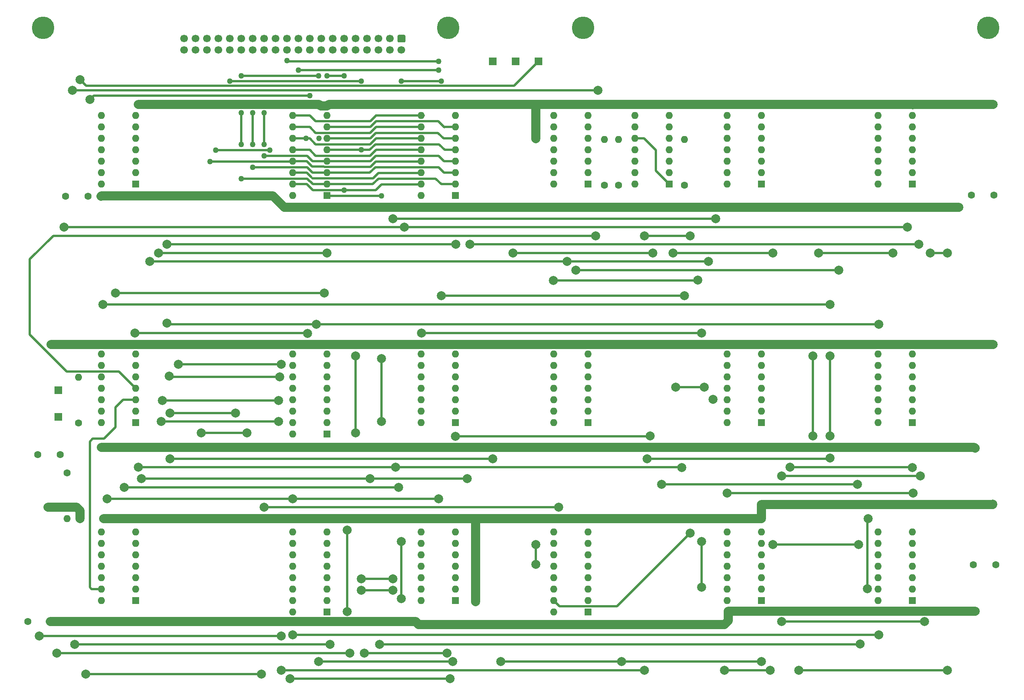
<source format=gbr>
%TF.GenerationSoftware,KiCad,Pcbnew,(5.1.10-1-10_14)*%
%TF.CreationDate,2021-07-04T08:15:42+10:00*%
%TF.ProjectId,256 word memory_2.0,32353620-776f-4726-9420-6d656d6f7279,rev?*%
%TF.SameCoordinates,Original*%
%TF.FileFunction,Copper,L1,Top*%
%TF.FilePolarity,Positive*%
%FSLAX46Y46*%
G04 Gerber Fmt 4.6, Leading zero omitted, Abs format (unit mm)*
G04 Created by KiCad (PCBNEW (5.1.10-1-10_14)) date 2021-07-04 08:15:42*
%MOMM*%
%LPD*%
G01*
G04 APERTURE LIST*
%TA.AperFunction,ComponentPad*%
%ADD10C,1.700000*%
%TD*%
%TA.AperFunction,ComponentPad*%
%ADD11C,2.000000*%
%TD*%
%TA.AperFunction,ComponentPad*%
%ADD12C,5.000000*%
%TD*%
%TA.AperFunction,ComponentPad*%
%ADD13R,1.700000X1.700000*%
%TD*%
%TA.AperFunction,ComponentPad*%
%ADD14C,1.600000*%
%TD*%
%TA.AperFunction,ComponentPad*%
%ADD15O,1.600000X1.600000*%
%TD*%
%TA.AperFunction,ComponentPad*%
%ADD16R,1.600000X1.600000*%
%TD*%
%TA.AperFunction,ViaPad*%
%ADD17C,2.000000*%
%TD*%
%TA.AperFunction,ViaPad*%
%ADD18C,1.270000*%
%TD*%
%TA.AperFunction,Conductor*%
%ADD19C,0.300000*%
%TD*%
%TA.AperFunction,Conductor*%
%ADD20C,0.500000*%
%TD*%
%TA.AperFunction,Conductor*%
%ADD21C,2.000000*%
%TD*%
G04 APERTURE END LIST*
D10*
%TO.P,J9,40*%
%TO.N,Net-(J9-Pad40)*%
X55880000Y-27940000D03*
%TO.P,J9,38*%
%TO.N,MA_A*%
X58420000Y-27940000D03*
%TO.P,J9,36*%
%TO.N,MA_B*%
X60960000Y-27940000D03*
%TO.P,J9,34*%
%TO.N,MA_C*%
X63500000Y-27940000D03*
%TO.P,J9,32*%
%TO.N,MA0*%
X66040000Y-27940000D03*
%TO.P,J9,30*%
%TO.N,MA1*%
X68580000Y-27940000D03*
%TO.P,J9,28*%
%TO.N,MA2*%
X71120000Y-27940000D03*
%TO.P,J9,26*%
%TO.N,MA3*%
X73660000Y-27940000D03*
%TO.P,J9,24*%
%TO.N,MA4*%
X76200000Y-27940000D03*
%TO.P,J9,22*%
%TO.N,MA5*%
X78740000Y-27940000D03*
%TO.P,J9,20*%
%TO.N,MA6*%
X81280000Y-27940000D03*
%TO.P,J9,18*%
%TO.N,MA7*%
X83820000Y-27940000D03*
%TO.P,J9,16*%
%TO.N,D-IN*%
X86360000Y-27940000D03*
%TO.P,J9,14*%
%TO.N,D-BUS*%
X88900000Y-27940000D03*
%TO.P,J9,12*%
%TO.N,~CS_H*%
X91440000Y-27940000D03*
%TO.P,J9,10*%
%TO.N,~CS_L*%
X93980000Y-27940000D03*
%TO.P,J9,8*%
%TO.N,~WE*%
X96520000Y-27940000D03*
%TO.P,J9,6*%
%TO.N,+5V*%
X99060000Y-27940000D03*
%TO.P,J9,4*%
X101600000Y-27940000D03*
%TO.P,J9,2*%
X104140000Y-27940000D03*
%TO.P,J9,39*%
%TO.N,GND*%
X55880000Y-25400000D03*
%TO.P,J9,37*%
X58420000Y-25400000D03*
%TO.P,J9,35*%
X60960000Y-25400000D03*
%TO.P,J9,33*%
X63500000Y-25400000D03*
%TO.P,J9,31*%
X66040000Y-25400000D03*
%TO.P,J9,29*%
X68580000Y-25400000D03*
%TO.P,J9,27*%
X71120000Y-25400000D03*
%TO.P,J9,25*%
X73660000Y-25400000D03*
%TO.P,J9,23*%
X76200000Y-25400000D03*
%TO.P,J9,21*%
X78740000Y-25400000D03*
%TO.P,J9,19*%
X81280000Y-25400000D03*
%TO.P,J9,17*%
X83820000Y-25400000D03*
%TO.P,J9,15*%
X86360000Y-25400000D03*
%TO.P,J9,13*%
X88900000Y-25400000D03*
%TO.P,J9,11*%
X91440000Y-25400000D03*
%TO.P,J9,9*%
X93980000Y-25400000D03*
%TO.P,J9,7*%
X96520000Y-25400000D03*
%TO.P,J9,5*%
X99060000Y-25400000D03*
%TO.P,J9,3*%
X101600000Y-25400000D03*
%TO.P,J9,1*%
%TA.AperFunction,ComponentPad*%
G36*
G01*
X103540000Y-24550000D02*
X104740000Y-24550000D01*
G75*
G02*
X104990000Y-24800000I0J-250000D01*
G01*
X104990000Y-26000000D01*
G75*
G02*
X104740000Y-26250000I-250000J0D01*
G01*
X103540000Y-26250000D01*
G75*
G02*
X103290000Y-26000000I0J250000D01*
G01*
X103290000Y-24800000D01*
G75*
G02*
X103540000Y-24550000I250000J0D01*
G01*
G37*
%TD.AperFunction*%
%TD*%
D11*
%TO.P,J3,1*%
%TO.N,MCP*%
X173355000Y-105500000D03*
%TD*%
D12*
%TO.P,H2,1*%
%TO.N,GND*%
X234500000Y-23000000D03*
X144500000Y-23000000D03*
%TD*%
%TO.P,H1,1*%
%TO.N,GND*%
X114500000Y-23000000D03*
X24500000Y-23000000D03*
%TD*%
D13*
%TO.P,J8,1*%
%TO.N,MA6*%
X129540000Y-30480000D03*
%TD*%
%TO.P,J7,1*%
%TO.N,MA5*%
X124460000Y-30480000D03*
%TD*%
%TO.P,J6,1*%
%TO.N,~MA7*%
X134620000Y-30480000D03*
%TD*%
%TO.P,J5,1*%
%TO.N,PC7*%
X27940000Y-109460000D03*
%TD*%
%TO.P,J4,1*%
%TO.N,~PC7*%
X27940000Y-103505000D03*
%TD*%
D14*
%TO.P,C5,2*%
%TO.N,GND*%
X236203500Y-142303500D03*
%TO.P,C5,1*%
%TO.N,+5V*%
X231203500Y-142303500D03*
%TD*%
%TO.P,C4,2*%
%TO.N,GND*%
X21162000Y-154940000D03*
%TO.P,C4,1*%
%TO.N,+5V*%
X26162000Y-154940000D03*
%TD*%
%TO.P,C3,2*%
%TO.N,GND*%
X23321000Y-117856000D03*
%TO.P,C3,1*%
%TO.N,+5V*%
X28321000Y-117856000D03*
%TD*%
%TO.P,C2,2*%
%TO.N,GND*%
X235759000Y-60198000D03*
%TO.P,C2,1*%
%TO.N,+5V*%
X230759000Y-60198000D03*
%TD*%
%TO.P,C1,2*%
%TO.N,GND*%
X29527500Y-60388500D03*
%TO.P,C1,1*%
%TO.N,+5V*%
X34527500Y-60388500D03*
%TD*%
D15*
%TO.P,U17,14*%
%TO.N,+5V*%
X176500000Y-150240000D03*
%TO.P,U17,7*%
%TO.N,GND*%
X184120000Y-135000000D03*
%TO.P,U17,13*%
%TO.N,~T14-21(JMS+JMP)*%
X176500000Y-147700000D03*
%TO.P,U17,6*%
%TO.N,Net-(U17-Pad6)*%
X184120000Y-137540000D03*
%TO.P,U17,12*%
%TO.N,Net-(U17-Pad12)*%
X176500000Y-145160000D03*
%TO.P,U17,5*%
%TO.N,Net-(U12-Pad3)*%
X184120000Y-140080000D03*
%TO.P,U17,11*%
%TO.N,~DEP*%
X176500000Y-142620000D03*
%TO.P,U17,4*%
%TO.N,Net-(U17-Pad4)*%
X184120000Y-142620000D03*
%TO.P,U17,10*%
%TO.N,Net-(U10-Pad5)*%
X176500000Y-140080000D03*
%TO.P,U17,3*%
%TO.N,OPR+IOT*%
X184120000Y-145160000D03*
%TO.P,U17,9*%
%TO.N,Net-(U11-Pad11)*%
X176500000Y-137540000D03*
%TO.P,U17,2*%
%TO.N,Net-(U17-Pad2)*%
X184120000Y-147700000D03*
%TO.P,U17,8*%
%TO.N,/WEIRD.NET*%
X176500000Y-135000000D03*
D16*
%TO.P,U17,1*%
%TO.N,~T2-9.ISZ*%
X184120000Y-150240000D03*
%TD*%
D15*
%TO.P,U6,14*%
%TO.N,+5V*%
X210000000Y-57740000D03*
%TO.P,U6,7*%
%TO.N,GND*%
X217620000Y-42500000D03*
%TO.P,U6,13*%
%TO.N,Net-(U17-Pad4)*%
X210000000Y-55200000D03*
%TO.P,U6,6*%
%TO.N,Net-(U1-Pad12)*%
X217620000Y-45040000D03*
%TO.P,U6,12*%
%TO.N,~F+D+E*%
X210000000Y-52660000D03*
%TO.P,U6,5*%
%TO.N,Net-(U6-Pad5)*%
X217620000Y-47580000D03*
%TO.P,U6,11*%
%TO.N,Net-(U6-Pad10)*%
X210000000Y-50120000D03*
%TO.P,U6,4*%
%TO.N,T1*%
X217620000Y-50120000D03*
%TO.P,U6,10*%
%TO.N,Net-(U6-Pad10)*%
X210000000Y-47580000D03*
%TO.P,U6,3*%
%TO.N,Net-(U12-Pad2)*%
X217620000Y-52660000D03*
%TO.P,U6,9*%
%TO.N,Net-(U6-Pad10)*%
X210000000Y-45040000D03*
%TO.P,U6,2*%
%TO.N,Net-(U5-Pad6)*%
X217620000Y-55200000D03*
%TO.P,U6,8*%
%TO.N,Net-(U6-Pad5)*%
X210000000Y-42500000D03*
D16*
%TO.P,U6,1*%
%TO.N,Net-(U5-Pad6)*%
X217620000Y-57740000D03*
%TD*%
D15*
%TO.P,U5,14*%
%TO.N,+5V*%
X176500000Y-57740000D03*
%TO.P,U5,7*%
%TO.N,GND*%
X184120000Y-42500000D03*
%TO.P,U5,13*%
%TO.N,Net-(U12-Pad10)*%
X176500000Y-55200000D03*
%TO.P,U5,6*%
%TO.N,Net-(U5-Pad6)*%
X184120000Y-45040000D03*
%TO.P,U5,12*%
%TO.N,Net-(U5-Pad12)*%
X176500000Y-52660000D03*
%TO.P,U5,5*%
%TO.N,MEMORY_ENABLE*%
X184120000Y-47580000D03*
%TO.P,U5,11*%
%TO.N,Net-(U11-Pad9)*%
X176500000Y-50120000D03*
%TO.P,U5,4*%
%TO.N,Net-(U5-Pad4)*%
X184120000Y-50120000D03*
%TO.P,U5,10*%
%TO.N,Net-(U11-Pad9)*%
X176500000Y-47580000D03*
%TO.P,U5,3*%
%TO.N,Net-(U5-Pad12)*%
X184120000Y-52660000D03*
%TO.P,U5,9*%
%TO.N,Net-(U11-Pad9)*%
X176500000Y-45040000D03*
%TO.P,U5,2*%
%TO.N,T2-9*%
X184120000Y-55200000D03*
%TO.P,U5,8*%
%TO.N,Net-(U5-Pad4)*%
X176500000Y-42500000D03*
D16*
%TO.P,U5,1*%
%TO.N,JMS+DCA*%
X184120000Y-57740000D03*
%TD*%
D15*
%TO.P,U10,14*%
%TO.N,+5V*%
X138000000Y-110740000D03*
%TO.P,U10,7*%
%TO.N,GND*%
X145620000Y-95500000D03*
%TO.P,U10,13*%
%TO.N,~F.23.OPR+IOT*%
X138000000Y-108200000D03*
%TO.P,U10,6*%
%TO.N,Net-(U10-Pad10)*%
X145620000Y-98040000D03*
%TO.P,U10,12*%
X138000000Y-105660000D03*
%TO.P,U10,5*%
%TO.N,Net-(U10-Pad5)*%
X145620000Y-100580000D03*
%TO.P,U10,11*%
%TO.N,Net-(U10-Pad11)*%
X138000000Y-103120000D03*
%TO.P,U10,4*%
%TO.N,T13*%
X145620000Y-103120000D03*
%TO.P,U10,10*%
%TO.N,Net-(U10-Pad10)*%
X138000000Y-100580000D03*
%TO.P,U10,3*%
%TO.N,Net-(U10-Pad3)*%
X145620000Y-105660000D03*
%TO.P,U10,9*%
%TO.N,Net-(U10-Pad10)*%
X138000000Y-98040000D03*
%TO.P,U10,2*%
%TO.N,~DEP*%
X145620000Y-108200000D03*
%TO.P,U10,8*%
%TO.N,Net-(U10-Pad8)*%
X138000000Y-95500000D03*
D16*
%TO.P,U10,1*%
%TO.N,~ISZ*%
X145620000Y-110740000D03*
%TD*%
D15*
%TO.P,U18,14*%
%TO.N,+5V*%
X210000000Y-150240000D03*
%TO.P,U18,7*%
%TO.N,GND*%
X217620000Y-135000000D03*
%TO.P,U18,13*%
%TO.N,C-BUS*%
X210000000Y-147700000D03*
%TO.P,U18,6*%
%TO.N,Net-(U17-Pad12)*%
X217620000Y-137540000D03*
%TO.P,U18,12*%
%TO.N,D-BUS*%
X210000000Y-145160000D03*
%TO.P,U18,5*%
%TO.N,MA0*%
X217620000Y-140080000D03*
%TO.P,U18,11*%
%TO.N,Net-(U17-Pad6)*%
X210000000Y-142620000D03*
%TO.P,U18,4*%
%TO.N,C-BUS*%
X217620000Y-142620000D03*
%TO.P,U18,10*%
X210000000Y-140080000D03*
%TO.P,U18,3*%
%TO.N,D-BUS*%
X217620000Y-145160000D03*
%TO.P,U18,9*%
%TO.N,Net-(U12-Pad8)*%
X210000000Y-137540000D03*
%TO.P,U18,2*%
%TO.N,Net-(U17-Pad2)*%
X217620000Y-147700000D03*
%TO.P,U18,8*%
%TO.N,MB0*%
X210000000Y-135000000D03*
D16*
%TO.P,U18,1*%
%TO.N,B-BUS*%
X217620000Y-150240000D03*
%TD*%
D15*
%TO.P,U12,14*%
%TO.N,+5V*%
X210000000Y-110740000D03*
%TO.P,U12,7*%
%TO.N,GND*%
X217620000Y-95500000D03*
%TO.P,U12,13*%
%TO.N,Net-(U10-Pad3)*%
X210000000Y-108200000D03*
%TO.P,U12,6*%
%TO.N,D-IN*%
X217620000Y-98040000D03*
%TO.P,U12,12*%
%TO.N,T14-21*%
X210000000Y-105660000D03*
%TO.P,U12,5*%
%TO.N,C-BUS*%
X217620000Y-100580000D03*
%TO.P,U12,11*%
%TO.N,Net-(U12-Pad10)*%
X210000000Y-103120000D03*
%TO.P,U12,4*%
%TO.N,C-BUS*%
X217620000Y-103120000D03*
%TO.P,U12,10*%
%TO.N,Net-(U12-Pad10)*%
X210000000Y-100580000D03*
%TO.P,U12,3*%
%TO.N,Net-(U12-Pad3)*%
X217620000Y-105660000D03*
%TO.P,U12,9*%
%TO.N,Net-(U12-Pad10)*%
X210000000Y-98040000D03*
%TO.P,U12,2*%
%TO.N,Net-(U12-Pad2)*%
X217620000Y-108200000D03*
%TO.P,U12,8*%
%TO.N,Net-(U12-Pad8)*%
X210000000Y-95500000D03*
D16*
%TO.P,U12,1*%
%TO.N,~T2-9.ISZ*%
X217620000Y-110740000D03*
%TD*%
D15*
%TO.P,U19,14*%
%TO.N,+5V*%
X156000000Y-57740000D03*
%TO.P,U19,7*%
%TO.N,GND*%
X163620000Y-42500000D03*
%TO.P,U19,13*%
%TO.N,Net-(R4-Pad2)*%
X156000000Y-55200000D03*
%TO.P,U19,6*%
%TO.N,MB3*%
X163620000Y-45040000D03*
%TO.P,U19,12*%
%TO.N,MB4*%
X156000000Y-52660000D03*
%TO.P,U19,5*%
%TO.N,MB3*%
X163620000Y-47580000D03*
%TO.P,U19,11*%
%TO.N,Net-(R3-Pad2)*%
X156000000Y-50120000D03*
%TO.P,U19,4*%
%TO.N,Z-BIT*%
X163620000Y-50120000D03*
%TO.P,U19,10*%
X156000000Y-47580000D03*
%TO.P,U19,3*%
%TO.N,Net-(R4-Pad2)*%
X163620000Y-52660000D03*
%TO.P,U19,9*%
%TO.N,~F.23.OPR+IOT*%
X156000000Y-45040000D03*
%TO.P,U19,2*%
%TO.N,MB7*%
X163620000Y-55200000D03*
%TO.P,U19,8*%
%TO.N,~F.23.OPR+IOT*%
X156000000Y-42500000D03*
D16*
%TO.P,U19,1*%
%TO.N,Z-BIT*%
X163620000Y-57740000D03*
%TD*%
D15*
%TO.P,R5,2*%
%TO.N,Z-BIT*%
X152400000Y-47840000D03*
D14*
%TO.P,R5,1*%
%TO.N,+5V*%
X152400000Y-58000000D03*
%TD*%
D15*
%TO.P,R4,2*%
%TO.N,Net-(R4-Pad2)*%
X167000000Y-47840000D03*
D14*
%TO.P,R4,1*%
%TO.N,+5V*%
X167000000Y-58000000D03*
%TD*%
D15*
%TO.P,R3,2*%
%TO.N,Net-(R3-Pad2)*%
X149225000Y-47840000D03*
D14*
%TO.P,R3,1*%
%TO.N,+5V*%
X149225000Y-58000000D03*
%TD*%
D15*
%TO.P,U2,16*%
%TO.N,+5V*%
X80000000Y-60280000D03*
%TO.P,U2,8*%
%TO.N,GND*%
X87620000Y-42500000D03*
%TO.P,U2,15*%
%TO.N,D-IN*%
X80000000Y-57740000D03*
%TO.P,U2,7*%
%TO.N,D-BUS*%
X87620000Y-45040000D03*
%TO.P,U2,14*%
%TO.N,~WE*%
X80000000Y-55200000D03*
%TO.P,U2,6*%
%TO.N,MA1*%
X87620000Y-47580000D03*
%TO.P,U2,13*%
%TO.N,MA6*%
X80000000Y-52660000D03*
%TO.P,U2,5*%
%TO.N,MA0*%
X87620000Y-50120000D03*
%TO.P,U2,12*%
%TO.N,MA5*%
X80000000Y-50120000D03*
%TO.P,U2,4*%
%TO.N,MA_C*%
X87620000Y-52660000D03*
%TO.P,U2,11*%
%TO.N,MA4*%
X80000000Y-47580000D03*
%TO.P,U2,3*%
%TO.N,MA_B*%
X87620000Y-55200000D03*
%TO.P,U2,10*%
%TO.N,MA3*%
X80000000Y-45040000D03*
%TO.P,U2,2*%
%TO.N,MA_A*%
X87620000Y-57740000D03*
%TO.P,U2,9*%
%TO.N,MA2*%
X80000000Y-42500000D03*
D16*
%TO.P,U2,1*%
%TO.N,~CS_H*%
X87620000Y-60280000D03*
%TD*%
D15*
%TO.P,U16,16*%
%TO.N,+5V*%
X138000000Y-152780000D03*
%TO.P,U16,8*%
%TO.N,GND*%
X145620000Y-135000000D03*
%TO.P,U16,15*%
%TO.N,Z-BIT*%
X138000000Y-150240000D03*
%TO.P,U16,7*%
%TO.N,Net-(U15-Pad5)*%
X145620000Y-137540000D03*
%TO.P,U16,14*%
%TO.N,MA7*%
X138000000Y-147700000D03*
%TO.P,U16,6*%
%TO.N,SR4*%
X145620000Y-140080000D03*
%TO.P,U16,13*%
%TO.N,SR7*%
X138000000Y-145160000D03*
%TO.P,U16,5*%
%TO.N,MA4*%
X145620000Y-142620000D03*
%TO.P,U16,12*%
%TO.N,Net-(U15-Pad2)*%
X138000000Y-142620000D03*
%TO.P,U16,4*%
%TO.N,Net-(U15-Pad4)*%
X145620000Y-145160000D03*
%TO.P,U16,11*%
%TO.N,MA6*%
X138000000Y-140080000D03*
%TO.P,U16,3*%
%TO.N,SR5*%
X145620000Y-147700000D03*
%TO.P,U16,10*%
%TO.N,SR6*%
X138000000Y-137540000D03*
%TO.P,U16,2*%
%TO.N,MA5*%
X145620000Y-150240000D03*
%TO.P,U16,9*%
%TO.N,Net-(U15-Pad3)*%
X138000000Y-135000000D03*
D16*
%TO.P,U16,1*%
%TO.N,~F.23.OPR+IOT*%
X145620000Y-152780000D03*
%TD*%
D15*
%TO.P,U13,14*%
%TO.N,+5V*%
X37500000Y-150240000D03*
%TO.P,U13,7*%
%TO.N,GND*%
X45120000Y-135000000D03*
%TO.P,U13,13*%
%TO.N,MB5*%
X37500000Y-147700000D03*
%TO.P,U13,6*%
%TO.N,MB=0*%
X45120000Y-137540000D03*
%TO.P,U13,12*%
X37500000Y-145160000D03*
%TO.P,U13,5*%
%TO.N,MB2*%
X45120000Y-140080000D03*
%TO.P,U13,11*%
%TO.N,MB6*%
X37500000Y-142620000D03*
%TO.P,U13,4*%
%TO.N,MB=0*%
X45120000Y-142620000D03*
%TO.P,U13,10*%
X37500000Y-140080000D03*
%TO.P,U13,3*%
%TO.N,MB3*%
X45120000Y-145160000D03*
%TO.P,U13,9*%
%TO.N,MB7*%
X37500000Y-137540000D03*
%TO.P,U13,2*%
%TO.N,MB=0*%
X45120000Y-147700000D03*
%TO.P,U13,8*%
X37500000Y-135000000D03*
D16*
%TO.P,U13,1*%
%TO.N,MB4*%
X45120000Y-150240000D03*
%TD*%
D15*
%TO.P,U7,14*%
%TO.N,+5V*%
X37500000Y-110740000D03*
%TO.P,U7,7*%
%TO.N,GND*%
X45120000Y-95500000D03*
%TO.P,U7,13*%
%TO.N,PC7*%
X37500000Y-108200000D03*
%TO.P,U7,6*%
%TO.N,MB=0*%
X45120000Y-98040000D03*
%TO.P,U7,12*%
%TO.N,~PC7*%
X37500000Y-105660000D03*
%TO.P,U7,5*%
%TO.N,MB0*%
X45120000Y-100580000D03*
%TO.P,U7,11*%
%TO.N,~T0.5*%
X37500000Y-103120000D03*
%TO.P,U7,4*%
%TO.N,Net-(R3-Pad2)*%
X45120000Y-103120000D03*
%TO.P,U7,10*%
%TO.N,/R0(1-20*%
X37500000Y-100580000D03*
%TO.P,U7,3*%
%TO.N,MB5*%
X45120000Y-105660000D03*
%TO.P,U7,9*%
%TO.N,MA7*%
X37500000Y-98040000D03*
%TO.P,U7,2*%
%TO.N,MB=0*%
X45120000Y-108200000D03*
%TO.P,U7,8*%
%TO.N,~MA7*%
X37500000Y-95500000D03*
D16*
%TO.P,U7,1*%
%TO.N,MB1*%
X45120000Y-110740000D03*
%TD*%
D15*
%TO.P,R1,2*%
%TO.N,/R0(1-20*%
X32385000Y-100600000D03*
D14*
%TO.P,R1,1*%
%TO.N,+5V*%
X32385000Y-110760000D03*
%TD*%
D15*
%TO.P,R2,2*%
%TO.N,MB=0*%
X29845000Y-132080000D03*
D14*
%TO.P,R2,1*%
%TO.N,+5V*%
X29845000Y-121920000D03*
%TD*%
D15*
%TO.P,U1,14*%
%TO.N,+5V*%
X37500000Y-57740000D03*
%TO.P,U1,7*%
%TO.N,GND*%
X45120000Y-42500000D03*
%TO.P,U1,13*%
%TO.N,Net-(U1-Pad12)*%
X37500000Y-55200000D03*
%TO.P,U1,6*%
%TO.N,~CS_L*%
X45120000Y-45040000D03*
%TO.P,U1,12*%
%TO.N,Net-(U1-Pad12)*%
X37500000Y-52660000D03*
%TO.P,U1,5*%
%TO.N,Net-(U1-Pad5)*%
X45120000Y-47580000D03*
%TO.P,U1,11*%
%TO.N,Net-(U1-Pad11)*%
X37500000Y-50120000D03*
%TO.P,U1,4*%
%TO.N,MEMORY_ENABLE*%
X45120000Y-50120000D03*
%TO.P,U1,10*%
%TO.N,MA7*%
X37500000Y-47580000D03*
%TO.P,U1,3*%
%TO.N,~CS_H*%
X45120000Y-52660000D03*
%TO.P,U1,9*%
%TO.N,MA7*%
X37500000Y-45040000D03*
%TO.P,U1,2*%
%TO.N,MEMORY_ENABLE*%
X45120000Y-55200000D03*
%TO.P,U1,8*%
%TO.N,Net-(U1-Pad5)*%
X37500000Y-42500000D03*
D16*
%TO.P,U1,1*%
%TO.N,MA7*%
X45120000Y-57740000D03*
%TD*%
D15*
%TO.P,U3,16*%
%TO.N,+5V*%
X108500000Y-60280000D03*
%TO.P,U3,8*%
%TO.N,GND*%
X116120000Y-42500000D03*
%TO.P,U3,15*%
%TO.N,D-IN*%
X108500000Y-57740000D03*
%TO.P,U3,7*%
%TO.N,D-BUS*%
X116120000Y-45040000D03*
%TO.P,U3,14*%
%TO.N,~WE*%
X108500000Y-55200000D03*
%TO.P,U3,6*%
%TO.N,MA1*%
X116120000Y-47580000D03*
%TO.P,U3,13*%
%TO.N,MA6*%
X108500000Y-52660000D03*
%TO.P,U3,5*%
%TO.N,MA0*%
X116120000Y-50120000D03*
%TO.P,U3,12*%
%TO.N,MA5*%
X108500000Y-50120000D03*
%TO.P,U3,4*%
%TO.N,MA_C*%
X116120000Y-52660000D03*
%TO.P,U3,11*%
%TO.N,MA4*%
X108500000Y-47580000D03*
%TO.P,U3,3*%
%TO.N,MA_B*%
X116120000Y-55200000D03*
%TO.P,U3,10*%
%TO.N,MA3*%
X108500000Y-45040000D03*
%TO.P,U3,2*%
%TO.N,MA_A*%
X116120000Y-57740000D03*
%TO.P,U3,9*%
%TO.N,MA2*%
X108500000Y-42500000D03*
D16*
%TO.P,U3,1*%
%TO.N,~CS_L*%
X116120000Y-60280000D03*
%TD*%
D15*
%TO.P,U4,14*%
%TO.N,Net-(U4-Pad14)*%
X138000000Y-57740000D03*
%TO.P,U4,7*%
%TO.N,N/C*%
X145620000Y-42500000D03*
%TO.P,U4,13*%
X138000000Y-55200000D03*
%TO.P,U4,6*%
X145620000Y-45040000D03*
%TO.P,U4,12*%
%TO.N,Net-(U4-Pad12)*%
X138000000Y-52660000D03*
%TO.P,U4,5*%
%TO.N,+5V*%
X145620000Y-47580000D03*
%TO.P,U4,11*%
%TO.N,MA_C*%
X138000000Y-50120000D03*
%TO.P,U4,4*%
%TO.N,N/C*%
X145620000Y-50120000D03*
%TO.P,U4,10*%
%TO.N,GND*%
X138000000Y-47580000D03*
%TO.P,U4,3*%
%TO.N,/R0(1-20*%
X145620000Y-52660000D03*
%TO.P,U4,9*%
%TO.N,MA_A*%
X138000000Y-45040000D03*
%TO.P,U4,2*%
%TO.N,/R0(1-20*%
X145620000Y-55200000D03*
%TO.P,U4,8*%
%TO.N,MA_B*%
X138000000Y-42500000D03*
D16*
%TO.P,U4,1*%
%TO.N,/WEIRD.NET*%
X145620000Y-57740000D03*
%TD*%
D15*
%TO.P,U8,16*%
%TO.N,~T0.5*%
X80000000Y-113280000D03*
%TO.P,U8,8*%
%TO.N,Net-(U1-Pad11)*%
X87620000Y-95500000D03*
%TO.P,U8,15*%
%TO.N,MA4*%
X80000000Y-110740000D03*
%TO.P,U8,7*%
%TO.N,MB0*%
X87620000Y-98040000D03*
%TO.P,U8,14*%
%TO.N,MA3*%
X80000000Y-108200000D03*
%TO.P,U8,6*%
%TO.N,MB1*%
X87620000Y-100580000D03*
%TO.P,U8,13*%
%TO.N,MA2*%
X80000000Y-105660000D03*
%TO.P,U8,5*%
%TO.N,+5V*%
X87620000Y-103120000D03*
%TO.P,U8,12*%
%TO.N,GND*%
X80000000Y-103120000D03*
%TO.P,U8,4*%
%TO.N,MB2*%
X87620000Y-105660000D03*
%TO.P,U8,11*%
%TO.N,MA1*%
X80000000Y-100580000D03*
%TO.P,U8,3*%
%TO.N,MB3*%
X87620000Y-108200000D03*
%TO.P,U8,10*%
%TO.N,MA0*%
X80000000Y-98040000D03*
%TO.P,U8,2*%
%TO.N,MB4*%
X87620000Y-110740000D03*
%TO.P,U8,9*%
%TO.N,MA5*%
X80000000Y-95500000D03*
D16*
%TO.P,U8,1*%
%TO.N,Net-(U11-Pad6)*%
X87620000Y-113280000D03*
%TD*%
D15*
%TO.P,U9,14*%
%TO.N,+5V*%
X108500000Y-110740000D03*
%TO.P,U9,7*%
%TO.N,GND*%
X116120000Y-95500000D03*
%TO.P,U9,13*%
%TO.N,MB3*%
X108500000Y-108200000D03*
%TO.P,U9,6*%
%TO.N,Net-(U10-Pad8)*%
X116120000Y-98040000D03*
%TO.P,U9,12*%
%TO.N,MB2*%
X108500000Y-105660000D03*
%TO.P,U9,5*%
%TO.N,SR0*%
X116120000Y-100580000D03*
%TO.P,U9,11*%
%TO.N,MB1*%
X108500000Y-103120000D03*
%TO.P,U9,4*%
%TO.N,SR1*%
X116120000Y-103120000D03*
%TO.P,U9,10*%
%TO.N,MB0*%
X108500000Y-100580000D03*
%TO.P,U9,3*%
%TO.N,SR2*%
X116120000Y-105660000D03*
%TO.P,U9,9*%
%TO.N,/WEIRD.NET*%
X108500000Y-98040000D03*
%TO.P,U9,2*%
%TO.N,SR3*%
X116120000Y-108200000D03*
%TO.P,U9,8*%
%TO.N,MCP*%
X108500000Y-95500000D03*
D16*
%TO.P,U9,1*%
%TO.N,MB4*%
X116120000Y-110740000D03*
%TD*%
D15*
%TO.P,U11,14*%
%TO.N,+5V*%
X176500000Y-110740000D03*
%TO.P,U11,7*%
%TO.N,GND*%
X184120000Y-95500000D03*
%TO.P,U11,13*%
%TO.N,MEMORY_ENABLE*%
X176500000Y-108200000D03*
%TO.P,U11,6*%
%TO.N,Net-(U11-Pad6)*%
X184120000Y-98040000D03*
%TO.P,U11,12*%
%TO.N,MCP*%
X176500000Y-105660000D03*
%TO.P,U11,5*%
X184120000Y-100580000D03*
%TO.P,U11,11*%
%TO.N,Net-(U11-Pad11)*%
X176500000Y-103120000D03*
%TO.P,U11,4*%
%TO.N,Net-(U11-Pad3)*%
X184120000Y-103120000D03*
%TO.P,U11,10*%
%TO.N,MCP*%
X176500000Y-100580000D03*
%TO.P,U11,3*%
%TO.N,Net-(U11-Pad3)*%
X184120000Y-105660000D03*
%TO.P,U11,9*%
%TO.N,Net-(U11-Pad9)*%
X176500000Y-98040000D03*
%TO.P,U11,2*%
%TO.N,~T14-21(JMS+JMP)*%
X184120000Y-108200000D03*
%TO.P,U11,8*%
%TO.N,~WE*%
X176500000Y-95500000D03*
D16*
%TO.P,U11,1*%
%TO.N,~T2-9(F+D+E)*%
X184120000Y-110740000D03*
%TD*%
D15*
%TO.P,U14,16*%
%TO.N,~T0.5*%
X80000000Y-152780000D03*
%TO.P,U14,8*%
%TO.N,Net-(U1-Pad11)*%
X87620000Y-135000000D03*
%TO.P,U14,15*%
%TO.N,MA7*%
X80000000Y-150240000D03*
%TO.P,U14,7*%
%TO.N,Net-(U14-Pad7)*%
X87620000Y-137540000D03*
%TO.P,U14,14*%
%TO.N,MA6*%
X80000000Y-147700000D03*
%TO.P,U14,6*%
%TO.N,Net-(U14-Pad6)*%
X87620000Y-140080000D03*
%TO.P,U14,13*%
%TO.N,MA5*%
X80000000Y-145160000D03*
%TO.P,U14,5*%
%TO.N,+5V*%
X87620000Y-142620000D03*
%TO.P,U14,12*%
%TO.N,GND*%
X80000000Y-142620000D03*
%TO.P,U14,4*%
%TO.N,MB5*%
X87620000Y-145160000D03*
%TO.P,U14,11*%
%TO.N,Net-(U14-Pad11)*%
X80000000Y-140080000D03*
%TO.P,U14,3*%
%TO.N,MB6*%
X87620000Y-147700000D03*
%TO.P,U14,10*%
%TO.N,Net-(U14-Pad10)*%
X80000000Y-137540000D03*
%TO.P,U14,2*%
%TO.N,MB7*%
X87620000Y-150240000D03*
%TO.P,U14,9*%
%TO.N,D-IN*%
X80000000Y-135000000D03*
D16*
%TO.P,U14,1*%
%TO.N,Net-(U11-Pad6)*%
X87620000Y-152780000D03*
%TD*%
D15*
%TO.P,U15,14*%
%TO.N,+5V*%
X108500000Y-150240000D03*
%TO.P,U15,7*%
%TO.N,GND*%
X116120000Y-135000000D03*
%TO.P,U15,13*%
%TO.N,MB7*%
X108500000Y-147700000D03*
%TO.P,U15,6*%
%TO.N,Net-(U10-Pad11)*%
X116120000Y-137540000D03*
%TO.P,U15,12*%
%TO.N,MB6*%
X108500000Y-145160000D03*
%TO.P,U15,5*%
%TO.N,Net-(U15-Pad5)*%
X116120000Y-140080000D03*
%TO.P,U15,11*%
%TO.N,MB5*%
X108500000Y-142620000D03*
%TO.P,U15,4*%
%TO.N,Net-(U15-Pad4)*%
X116120000Y-142620000D03*
%TO.P,U15,10*%
%TO.N,MB4*%
X108500000Y-140080000D03*
%TO.P,U15,3*%
%TO.N,Net-(U15-Pad3)*%
X116120000Y-145160000D03*
%TO.P,U15,9*%
%TO.N,/WEIRD.NET*%
X108500000Y-137540000D03*
%TO.P,U15,2*%
%TO.N,Net-(U15-Pad2)*%
X116120000Y-147700000D03*
%TO.P,U15,8*%
%TO.N,MCP*%
X108500000Y-135000000D03*
D16*
%TO.P,U15,1*%
%TO.N,D-IN*%
X116120000Y-150240000D03*
%TD*%
D17*
%TO.N,+5V*%
X75565000Y-60325000D03*
X37465000Y-60325000D03*
X80010000Y-62865000D03*
X108585000Y-62865000D03*
X142240000Y-62865000D03*
X107950000Y-116205000D03*
X37465000Y-116205000D03*
X86995000Y-116205000D03*
X231572000Y-116408000D03*
X136525000Y-155575000D03*
X107950000Y-155575000D03*
X231572000Y-152603000D03*
X176733000Y-152603000D03*
X175895000Y-155575000D03*
X227965000Y-62865000D03*
X150495000Y-62865000D03*
X166370000Y-62865000D03*
X156210000Y-62865000D03*
X227965000Y-116205000D03*
X34925000Y-154940000D03*
X105410000Y-154940000D03*
X137922000Y-116205000D03*
X176530000Y-116205000D03*
X210058000Y-116205000D03*
X208788000Y-62865000D03*
X178735000Y-62865000D03*
X209797000Y-152603000D03*
%TO.N,MA2*%
X76835000Y-105800012D03*
X51045012Y-105799988D03*
%TO.N,MA3*%
X67310000Y-108585000D03*
X52705000Y-108585000D03*
%TO.N,MA4*%
X76835000Y-110490000D03*
X124460000Y-118745000D03*
X52705000Y-118745000D03*
X50800000Y-110490000D03*
D18*
X82919996Y-47580000D03*
D17*
%TO.N,MA5*%
X139065000Y-129540000D03*
D18*
X74930000Y-50165000D03*
X62865000Y-50165000D03*
X112395000Y-30480000D03*
X78714952Y-30280203D03*
D17*
X73659990Y-129540000D03*
%TO.N,MA0*%
X77470000Y-97790000D03*
X119380000Y-71120000D03*
X219078993Y-71120000D03*
D18*
X95205000Y-50120000D03*
D17*
X54590000Y-97790000D03*
D18*
X95250000Y-34814990D03*
X66040000Y-34814990D03*
D17*
%TO.N,MA6*%
X95885000Y-161925000D03*
X114300000Y-161925000D03*
D18*
X61595000Y-52705000D03*
X112394982Y-32385000D03*
X81280000Y-32384994D03*
D17*
%TO.N,MA1*%
X77085000Y-100580000D03*
D18*
X85770000Y-47580000D03*
X85725000Y-33655000D03*
X68580000Y-33655000D03*
D17*
X52500000Y-100400000D03*
%TO.N,GND*%
X235585000Y-40005000D03*
X133985000Y-47625000D03*
X68580000Y-93345000D03*
X235585000Y-93345000D03*
X116205000Y-93345000D03*
X184150000Y-93345000D03*
X45087102Y-93347102D03*
X120650000Y-150495000D03*
X146685000Y-132080000D03*
X45085000Y-132080000D03*
X76200000Y-132080000D03*
X184150000Y-132080000D03*
X184150000Y-128905000D03*
X235534400Y-128854400D03*
X116840000Y-132080000D03*
X218567000Y-128905000D03*
X146177000Y-93345000D03*
X217932000Y-93345000D03*
X37973000Y-132080000D03*
X32766000Y-132080000D03*
X25654000Y-129540000D03*
X26289000Y-93345000D03*
X163995000Y-40005000D03*
X184305000Y-40005000D03*
X116205004Y-40004996D03*
X87629993Y-40385030D03*
X217712188Y-40097812D03*
X45720058Y-40005000D03*
%TO.N,~T0.5*%
X69850000Y-113030000D03*
X59690000Y-113030000D03*
X210185000Y-157861000D03*
X80010000Y-157861000D03*
%TO.N,MB0*%
X210185000Y-88900000D03*
X52000000Y-88600000D03*
X85199994Y-88900000D03*
%TO.N,MB1*%
X83312000Y-90932000D03*
X44958000Y-90805000D03*
%TO.N,MB2*%
X103505000Y-125095000D03*
X42544998Y-125095000D03*
%TO.N,MB3*%
X102870000Y-120650000D03*
X45720000Y-120650000D03*
X158115000Y-69215000D03*
X168275000Y-69215000D03*
X166400000Y-120700000D03*
%TO.N,MB4*%
X46355000Y-123190000D03*
X97155000Y-123190000D03*
X118745000Y-123190000D03*
X116120000Y-113750000D03*
X159385000Y-113665000D03*
%TO.N,MB7*%
X23638400Y-158115000D03*
X77470000Y-158115000D03*
X99695000Y-110490000D03*
X99695000Y-96520000D03*
X128905000Y-73025000D03*
X160020000Y-73025000D03*
X104140000Y-137160000D03*
X104140000Y-149860000D03*
%TO.N,MB6*%
X95250000Y-147955000D03*
X102235000Y-147955000D03*
X27600800Y-161925000D03*
X92710000Y-161925000D03*
%TO.N,MB5*%
X95250000Y-145415000D03*
X102235000Y-145415000D03*
X31563200Y-160020000D03*
X88265000Y-160020000D03*
%TO.N,Net-(U15-Pad2)*%
X133985000Y-137795000D03*
X133985000Y-142240000D03*
%TO.N,~F.23.OPR+IOT*%
X184150000Y-163830000D03*
X153035000Y-163830000D03*
X137900000Y-79100000D03*
X170000000Y-79000000D03*
X126200000Y-163800000D03*
%TO.N,MB=0*%
X34036000Y-166624000D03*
X73025000Y-166624000D03*
%TO.N,Net-(R3-Pad2)*%
X147320000Y-69215000D03*
%TO.N,Z-BIT*%
X79375000Y-167640000D03*
X114935000Y-167640000D03*
X168275000Y-135255000D03*
%TO.N,~ISZ*%
X77470000Y-165735000D03*
X158115000Y-165735000D03*
%TO.N,Net-(U17-Pad6)*%
X186690000Y-137795000D03*
X205740000Y-137795000D03*
%TO.N,Net-(U17-Pad12)*%
X217805000Y-126365000D03*
X176530000Y-126365000D03*
%TO.N,Net-(U17-Pad2)*%
X220345000Y-154940000D03*
X188595000Y-154940000D03*
%TO.N,C-BUS*%
X207645000Y-147637500D03*
X207825010Y-132064948D03*
%TO.N,Net-(U10-Pad3)*%
X161925000Y-124460000D03*
X205460000Y-124460000D03*
%TO.N,Net-(U5-Pad6)*%
X213360000Y-73025000D03*
X196850000Y-73025000D03*
%TO.N,Net-(U12-Pad3)*%
X188595000Y-122555000D03*
X219400000Y-122600000D03*
%TO.N,~T2-9.ISZ*%
X190500000Y-120650000D03*
X217600000Y-120700000D03*
%TO.N,/R0(1-20*%
X31000000Y-36900000D03*
X147800000Y-36899996D03*
%TO.N,MEMORY_ENABLE*%
X48260000Y-74930000D03*
X140970000Y-74930000D03*
X172350010Y-74930000D03*
%TO.N,T2-9*%
X199390000Y-113665000D03*
X199390000Y-95885000D03*
%TO.N,JMS+DCA*%
X170815000Y-147320000D03*
X164465000Y-73025000D03*
X186690000Y-73025000D03*
X170815000Y-137160000D03*
%TO.N,T13*%
X199363071Y-118564990D03*
X158750000Y-118745000D03*
%TO.N,MCP*%
X170815000Y-90805000D03*
X108585000Y-90805000D03*
%TO.N,Net-(U1-Pad11)*%
X86995000Y-81915000D03*
X93980000Y-113030000D03*
X93980000Y-95885000D03*
X40585000Y-81915000D03*
%TO.N,~MA7*%
X32700000Y-34500000D03*
%TO.N,MA7*%
X85725000Y-163830000D03*
X115570000Y-163830000D03*
X34925000Y-38915010D03*
D18*
X83820000Y-38100000D03*
D17*
%TO.N,~F+D+E*%
X142875000Y-76835000D03*
X201295000Y-76835000D03*
%TO.N,OPR+IOT*%
X175895000Y-165735000D03*
X186055000Y-165735000D03*
%TO.N,T1*%
X221615000Y-73025000D03*
X192405000Y-165735000D03*
X225425000Y-73025000D03*
X225425000Y-165735000D03*
%TO.N,~WE*%
X102235000Y-65405000D03*
X173990000Y-65405000D03*
%TO.N,~CS_L*%
X116205000Y-71120000D03*
X52070000Y-71120000D03*
D18*
X104140000Y-34814990D03*
X113030000Y-34814990D03*
D17*
%TO.N,~CS_H*%
X50165000Y-73025000D03*
X87630000Y-73025000D03*
D18*
X99695000Y-60325000D03*
D17*
%TO.N,D-IN*%
X104775000Y-67310000D03*
X216535000Y-67310000D03*
X80010000Y-127635000D03*
X38735000Y-127635000D03*
X29210000Y-67310000D03*
X112395000Y-127635000D03*
D18*
X87630000Y-33655000D03*
X91440000Y-33655000D03*
X91440000Y-59055000D03*
%TO.N,MA_C*%
X73660000Y-51435000D03*
X73660000Y-48895000D03*
X73660000Y-41910000D03*
%TO.N,MA_B*%
X71120000Y-53975000D03*
X71120000Y-48895000D03*
X71120000Y-41910000D03*
%TO.N,MA_A*%
X68580000Y-56515000D03*
X68580000Y-48895000D03*
X68580000Y-41910000D03*
D17*
%TO.N,Net-(U1-Pad12)*%
X199390000Y-84455000D03*
X37845000Y-84455000D03*
%TO.N,/WEIRD.NET*%
X113030000Y-82550000D03*
X167005000Y-82550000D03*
%TO.N,Net-(U17-Pad4)*%
X195580000Y-113665000D03*
X195580000Y-95885000D03*
%TO.N,Net-(U11-Pad6)*%
X92075000Y-134620000D03*
X92075000Y-152739990D03*
X99300000Y-160000000D03*
X206000000Y-159900000D03*
%TO.N,Net-(U11-Pad11)*%
X171450000Y-102870000D03*
X165100000Y-102870000D03*
%TD*%
D19*
%TO.N,D-BUS*%
X112230001Y-43650001D02*
X112395000Y-43815000D01*
D20*
X112395000Y-43815000D02*
X113665000Y-45085000D01*
X113710000Y-45040000D02*
X113665000Y-45085000D01*
X116120000Y-45040000D02*
X113710000Y-45040000D01*
X112330001Y-43750001D02*
X112395000Y-43815000D01*
X98489999Y-43750001D02*
X112330001Y-43750001D01*
X97200000Y-45040000D02*
X98489999Y-43750001D01*
X87620000Y-45040000D02*
X97200000Y-45040000D01*
D21*
%TO.N,+5V*%
X75565000Y-60325000D02*
X37465000Y-60325000D01*
X80010000Y-62865000D02*
X108585000Y-62865000D01*
X142240000Y-62865000D02*
X108585000Y-62865000D01*
X79964998Y-116205000D02*
X37465000Y-116205000D01*
X107950000Y-116205000D02*
X86995000Y-116205000D01*
X86995000Y-116205000D02*
X79964998Y-116205000D01*
X107950000Y-155575000D02*
X136525000Y-155575000D01*
X175895000Y-155575000D02*
X136525000Y-155575000D01*
X142240000Y-62865000D02*
X150495000Y-62865000D01*
X150495000Y-62865000D02*
X156210000Y-62865000D01*
X156210000Y-62865000D02*
X166370000Y-62865000D01*
X231369000Y-116205000D02*
X231572000Y-116408000D01*
X227965000Y-116205000D02*
X231369000Y-116205000D01*
X176733000Y-154737000D02*
X175895000Y-155575000D01*
X176733000Y-152603000D02*
X176733000Y-154737000D01*
X75565000Y-60325000D02*
X77851000Y-62611000D01*
X78105000Y-62865000D02*
X77851000Y-62611000D01*
X80010000Y-62865000D02*
X78105000Y-62865000D01*
X34925000Y-154940000D02*
X34925000Y-154940000D01*
X105410000Y-154940000D02*
X34925000Y-154940000D01*
X176530000Y-116205000D02*
X227965000Y-116205000D01*
X107950000Y-116205000D02*
X176530000Y-116205000D01*
X208788000Y-62865000D02*
X227965000Y-62865000D01*
X166370000Y-62865000D02*
X208788000Y-62865000D01*
X34925000Y-154940000D02*
X26162000Y-154940000D01*
X37401500Y-60388500D02*
X37465000Y-60325000D01*
X209797000Y-152603000D02*
X176733000Y-152603000D01*
X231572000Y-152603000D02*
X209797000Y-152603000D01*
X107315000Y-154940000D02*
X107950000Y-155575000D01*
X105410000Y-154940000D02*
X107315000Y-154940000D01*
D20*
%TO.N,MA2*%
X98425000Y-42500000D02*
X109090000Y-42500000D01*
X97219999Y-43750001D02*
X98470000Y-42500000D01*
X85025001Y-43750001D02*
X97219999Y-43750001D01*
X83775000Y-42500000D02*
X85025001Y-43750001D01*
X80000000Y-42500000D02*
X83775000Y-42500000D01*
X51045035Y-105800011D02*
X51045012Y-105799988D01*
X76835000Y-105800012D02*
X51045035Y-105800011D01*
%TO.N,MA3*%
X52705000Y-108585000D02*
X67310000Y-108585000D01*
X85064999Y-46329999D02*
X97180001Y-46329999D01*
X83775000Y-45040000D02*
X85064999Y-46329999D01*
X98470000Y-45040000D02*
X108500000Y-45040000D01*
X97180001Y-46329999D02*
X98470000Y-45040000D01*
X80000000Y-45040000D02*
X83775000Y-45040000D01*
%TO.N,MA4*%
X52705000Y-118745000D02*
X124460000Y-118745000D01*
X50800000Y-110490000D02*
X76835000Y-110490000D01*
X80000000Y-47580000D02*
X83775000Y-47580000D01*
X85090000Y-48895000D02*
X85115001Y-48869999D01*
X98470000Y-47580000D02*
X108500000Y-47580000D01*
X95859999Y-48869999D02*
X97180001Y-48869999D01*
X85115001Y-48869999D02*
X95859999Y-48869999D01*
X95859999Y-48869999D02*
X97129999Y-48869999D01*
X98470000Y-47580000D02*
X97180001Y-48869999D01*
X85090000Y-48895000D02*
X83775000Y-47580000D01*
X83775000Y-47580000D02*
X82919996Y-47580000D01*
%TO.N,MA5*%
X74930000Y-50165000D02*
X62865000Y-50165000D01*
X78914749Y-30480000D02*
X78714952Y-30280203D01*
X112395000Y-30480000D02*
X78914749Y-30480000D01*
X83775000Y-50120000D02*
X85090000Y-51435000D01*
X80000000Y-50120000D02*
X83775000Y-50120000D01*
X97180001Y-51409999D02*
X98470000Y-50120000D01*
X85115001Y-51409999D02*
X97180001Y-51409999D01*
X85090000Y-51435000D02*
X85115001Y-51409999D01*
X98470000Y-50120000D02*
X108500000Y-50120000D01*
X73660000Y-129540000D02*
X73659990Y-129540000D01*
X139065000Y-129540000D02*
X73660000Y-129540000D01*
%TO.N,MA0*%
X217792867Y-71120000D02*
X119380000Y-71120000D01*
X219078993Y-71120000D02*
X217792867Y-71120000D01*
X87620000Y-50120000D02*
X95205000Y-50120000D01*
X98360001Y-48869999D02*
X112459999Y-48869999D01*
X97110000Y-50120000D02*
X98360001Y-48869999D01*
X112459999Y-48869999D02*
X113710000Y-50120000D01*
X95205000Y-50120000D02*
X97110000Y-50120000D01*
X113710000Y-50120000D02*
X116120000Y-50120000D01*
X76055787Y-97790000D02*
X54590000Y-97790000D01*
X77470000Y-97790000D02*
X76055787Y-97790000D01*
X95250000Y-34814990D02*
X94351975Y-34814990D01*
X94351975Y-34814990D02*
X66040000Y-34814990D01*
%TO.N,MA6*%
X95885000Y-161925000D02*
X114300000Y-161925000D01*
X79955000Y-52705000D02*
X80000000Y-52660000D01*
X61595000Y-52705000D02*
X79955000Y-52705000D01*
X81280006Y-32385000D02*
X81280000Y-32384994D01*
X112394982Y-32385000D02*
X81280006Y-32385000D01*
X83140000Y-52660000D02*
X84290001Y-53810001D01*
X80000000Y-52660000D02*
X83140000Y-52660000D01*
X97219999Y-53910001D02*
X98425000Y-52705000D01*
X86919999Y-53810001D02*
X87019999Y-53910001D01*
X84290001Y-53810001D02*
X86919999Y-53810001D01*
X87019999Y-53910001D02*
X97219999Y-53910001D01*
X108455000Y-52705000D02*
X108500000Y-52660000D01*
X98425000Y-52705000D02*
X108455000Y-52705000D01*
%TO.N,MA1*%
X85725000Y-33655000D02*
X68580000Y-33655000D01*
X112220001Y-46329999D02*
X98450001Y-46329999D01*
X98450001Y-46329999D02*
X97200000Y-47580000D01*
X113470002Y-47580000D02*
X112220001Y-46329999D01*
X116120000Y-47580000D02*
X113470002Y-47580000D01*
X97200000Y-47580000D02*
X87620000Y-47580000D01*
X77085000Y-100580000D02*
X52680000Y-100580000D01*
X52680000Y-100580000D02*
X52500000Y-100400000D01*
D21*
%TO.N,GND*%
X133985000Y-47625000D02*
X133985000Y-40005000D01*
X116205000Y-93345000D02*
X184150000Y-93345000D01*
X184150000Y-93345000D02*
X235585000Y-93345000D01*
X68580000Y-93345000D02*
X45089204Y-93345000D01*
X45089204Y-93345000D02*
X45087102Y-93347102D01*
X146685000Y-132080000D02*
X184150000Y-132080000D01*
X76200000Y-132080000D02*
X45085000Y-132080000D01*
X235483800Y-128905000D02*
X235534400Y-128854400D01*
X184150000Y-128905000D02*
X235483800Y-128905000D01*
X109263245Y-132080000D02*
X76200000Y-132080000D01*
X116840000Y-132080000D02*
X109263245Y-132080000D01*
X120650000Y-132715000D02*
X120015000Y-132080000D01*
X120015000Y-132080000D02*
X116840000Y-132080000D01*
X120650000Y-150495000D02*
X120650000Y-132715000D01*
X146685000Y-132080000D02*
X120015000Y-132080000D01*
X184150000Y-128905000D02*
X184150000Y-132080000D01*
X45085000Y-132080000D02*
X37973000Y-132080000D01*
X32766000Y-132080000D02*
X32766000Y-130302000D01*
X32004000Y-129540000D02*
X25654000Y-129540000D01*
X32766000Y-130302000D02*
X32004000Y-129540000D01*
X26291102Y-93347102D02*
X26289000Y-93345000D01*
X45087102Y-93347102D02*
X26291102Y-93347102D01*
X133985000Y-40005000D02*
X163995000Y-40005000D01*
X184305000Y-40005000D02*
X235585000Y-40005000D01*
X163995000Y-40005000D02*
X184305000Y-40005000D01*
X116205000Y-40005000D02*
X116205004Y-40004996D01*
X133985000Y-40005000D02*
X116205000Y-40005000D01*
X116205000Y-40005000D02*
X88010023Y-40005000D01*
X88010023Y-40005000D02*
X87629993Y-40385030D01*
X68580000Y-93345000D02*
X116205000Y-93345000D01*
X86215780Y-40385030D02*
X85835750Y-40005000D01*
X87629993Y-40385030D02*
X86215780Y-40385030D01*
X85835750Y-40005000D02*
X45720058Y-40005000D01*
D20*
%TO.N,~T0.5*%
X69850000Y-113030000D02*
X59690000Y-113030000D01*
X102870000Y-157861000D02*
X210185000Y-157861000D01*
X80010000Y-157861000D02*
X102870000Y-157861000D01*
%TO.N,MB0*%
X210185000Y-88900000D02*
X85199994Y-88900000D01*
X52300000Y-88900000D02*
X85199994Y-88900000D01*
X52000000Y-88600000D02*
X52300000Y-88900000D01*
%TO.N,MB1*%
X83185000Y-90805000D02*
X83312000Y-90932000D01*
X44958000Y-90805000D02*
X83185000Y-90805000D01*
%TO.N,MB2*%
X103505000Y-125095000D02*
X42544998Y-125095000D01*
%TO.N,MB3*%
X102870000Y-120650000D02*
X45720000Y-120650000D01*
X158115000Y-69215000D02*
X168275000Y-69215000D01*
X102870000Y-120650000D02*
X166350000Y-120650000D01*
X166350000Y-120650000D02*
X166400000Y-120700000D01*
%TO.N,MB4*%
X46355000Y-123190000D02*
X97155000Y-123190000D01*
X97155000Y-123190000D02*
X118745000Y-123190000D01*
X159300000Y-113750000D02*
X159385000Y-113665000D01*
X116120000Y-113750000D02*
X159300000Y-113750000D01*
%TO.N,MB7*%
X23638400Y-158115000D02*
X77470000Y-158115000D01*
X99695000Y-110490000D02*
X99695000Y-96520000D01*
X128905000Y-73025000D02*
X160020000Y-73025000D01*
X104140000Y-137160000D02*
X104140000Y-149860000D01*
%TO.N,MB6*%
X95250000Y-147955000D02*
X102235000Y-147955000D01*
X27600800Y-161925000D02*
X92710000Y-161925000D01*
%TO.N,MB5*%
X95250000Y-145415000D02*
X102235000Y-145415000D01*
X45120000Y-105660000D02*
X42295000Y-105660000D01*
X42295000Y-105660000D02*
X40640000Y-107315000D01*
X40640000Y-107315000D02*
X40640000Y-111760000D01*
X40640000Y-111760000D02*
X38100000Y-114300000D01*
X38100000Y-114300000D02*
X35560000Y-114300000D01*
X35560000Y-114300000D02*
X34925000Y-114935000D01*
X34925000Y-114935000D02*
X34925000Y-147320000D01*
X35305000Y-147700000D02*
X37500000Y-147700000D01*
X34925000Y-147320000D02*
X35305000Y-147700000D01*
X88265000Y-160020000D02*
X31563200Y-160020000D01*
%TO.N,Net-(U15-Pad2)*%
X133985000Y-137795000D02*
X133985000Y-142240000D01*
%TO.N,~F.23.OPR+IOT*%
X153035000Y-163830000D02*
X184150000Y-163830000D01*
X169900000Y-79100000D02*
X170000000Y-79000000D01*
X137900000Y-79100000D02*
X169900000Y-79100000D01*
X153035000Y-163830000D02*
X126230000Y-163830000D01*
X126230000Y-163830000D02*
X126200000Y-163800000D01*
%TO.N,MB=0*%
X34036000Y-166624000D02*
X73406000Y-166624000D01*
%TO.N,Net-(R3-Pad2)*%
X147320000Y-69215000D02*
X46748996Y-69215000D01*
X41329999Y-99329999D02*
X29733999Y-99329999D01*
X45120000Y-103120000D02*
X41329999Y-99329999D01*
X29733999Y-99329999D02*
X21590000Y-91186000D01*
X21590000Y-91186000D02*
X21590000Y-74422000D01*
X26797000Y-69215000D02*
X46748996Y-69215000D01*
X21590000Y-74422000D02*
X26797000Y-69215000D01*
%TO.N,Z-BIT*%
X114935000Y-167640000D02*
X79375000Y-167640000D01*
X156000000Y-47580000D02*
X158070000Y-47580000D01*
X158070000Y-47580000D02*
X160655000Y-50165000D01*
X160655000Y-54775000D02*
X163620000Y-57740000D01*
X160655000Y-50165000D02*
X160655000Y-54775000D01*
X139250001Y-151490001D02*
X152039999Y-151490001D01*
X152039999Y-151490001D02*
X168275000Y-135255000D01*
X138000000Y-150240000D02*
X139250001Y-151490001D01*
%TO.N,~ISZ*%
X79375000Y-165735000D02*
X77470000Y-165735000D01*
X158115000Y-165735000D02*
X79375000Y-165735000D01*
%TO.N,Net-(U17-Pad6)*%
X186690000Y-137795000D02*
X205740000Y-137795000D01*
%TO.N,Net-(U17-Pad12)*%
X217805000Y-126365000D02*
X176530000Y-126365000D01*
%TO.N,Net-(U17-Pad2)*%
X220345000Y-154940000D02*
X188595000Y-154940000D01*
%TO.N,C-BUS*%
X207645000Y-132244958D02*
X207825010Y-132064948D01*
X207645000Y-147637500D02*
X207645000Y-132244958D01*
%TO.N,Net-(U10-Pad3)*%
X161925000Y-124460000D02*
X205460000Y-124460000D01*
%TO.N,Net-(U5-Pad6)*%
X213360000Y-73025000D02*
X196850000Y-73025000D01*
%TO.N,Net-(U12-Pad3)*%
X188595000Y-122555000D02*
X219355000Y-122555000D01*
X219355000Y-122555000D02*
X219400000Y-122600000D01*
%TO.N,~T2-9.ISZ*%
X217550000Y-120650000D02*
X217600000Y-120700000D01*
X190500000Y-120650000D02*
X217550000Y-120650000D01*
%TO.N,/R0(1-20*%
X31000000Y-36900000D02*
X147799996Y-36900000D01*
X147799996Y-36900000D02*
X147800000Y-36899996D01*
%TO.N,MEMORY_ENABLE*%
X48260000Y-74930000D02*
X140970000Y-74930000D01*
X140970000Y-74930000D02*
X172350010Y-74930000D01*
%TO.N,T2-9*%
X199390000Y-113665000D02*
X199390000Y-95885000D01*
%TO.N,JMS+DCA*%
X164465000Y-73025000D02*
X186690000Y-73025000D01*
X170815000Y-147320000D02*
X170815000Y-137160000D01*
%TO.N,T13*%
X199183061Y-118745000D02*
X199363071Y-118564990D01*
X158750000Y-118745000D02*
X199183061Y-118745000D01*
%TO.N,MCP*%
X170815000Y-90805000D02*
X108585000Y-90805000D01*
%TO.N,Net-(U1-Pad11)*%
X93980000Y-95885000D02*
X93980000Y-113030000D01*
X86995000Y-81915000D02*
X40585000Y-81915000D01*
%TO.N,~MA7*%
X129200000Y-35900000D02*
X34100000Y-35900000D01*
X34100000Y-35900000D02*
X32700000Y-34500000D01*
X134620000Y-30480000D02*
X129200000Y-35900000D01*
%TO.N,MA7*%
X85725000Y-163830000D02*
X115570000Y-163830000D01*
X83820000Y-38100000D02*
X83820000Y-38100000D01*
X83819992Y-38099992D02*
X83820000Y-38100000D01*
X35740018Y-38099992D02*
X83819992Y-38099992D01*
X34925000Y-38915010D02*
X35740018Y-38099992D01*
X83820000Y-38100000D02*
X77470000Y-38100000D01*
%TO.N,~F+D+E*%
X142875000Y-76835000D02*
X201295000Y-76835000D01*
%TO.N,OPR+IOT*%
X175895000Y-165735000D02*
X186055000Y-165735000D01*
%TO.N,T1*%
X221615000Y-73025000D02*
X225425000Y-73025000D01*
X193675000Y-165735000D02*
X192405000Y-165735000D01*
X225425000Y-165735000D02*
X193675000Y-165735000D01*
%TO.N,~WE*%
X102235000Y-65405000D02*
X173990000Y-65405000D01*
X83140000Y-55200000D02*
X84137500Y-56197500D01*
X80000000Y-55200000D02*
X83140000Y-55200000D01*
D19*
X84137500Y-56197500D02*
X84290001Y-56350001D01*
D20*
X97854999Y-56450001D02*
X99060000Y-55245000D01*
X84390001Y-56450001D02*
X97854999Y-56450001D01*
X84290001Y-56350001D02*
X84390001Y-56450001D01*
X108455000Y-55245000D02*
X108500000Y-55200000D01*
X99060000Y-55245000D02*
X108455000Y-55245000D01*
%TO.N,~CS_L*%
X52070000Y-71120000D02*
X116205000Y-71120000D01*
X113030000Y-34814990D02*
X112131975Y-34814990D01*
X112131975Y-34814990D02*
X104140000Y-34814990D01*
%TO.N,~CS_H*%
X50165000Y-73025000D02*
X87630000Y-73025000D01*
X87665000Y-60325000D02*
X87620000Y-60280000D01*
X99695000Y-60325000D02*
X87665000Y-60325000D01*
D19*
%TO.N,D-IN*%
X83140000Y-57740000D02*
X84455000Y-59055000D01*
D20*
X104775000Y-67310000D02*
X216535000Y-67310000D01*
X38735000Y-127635000D02*
X80010000Y-127635000D01*
X104775000Y-67310000D02*
X29210000Y-67310000D01*
X109014874Y-127635000D02*
X80010000Y-127635000D01*
X112395000Y-127635000D02*
X109014874Y-127635000D01*
X87630000Y-33655000D02*
X90805000Y-33655000D01*
X90805000Y-33655000D02*
X91440000Y-33655000D01*
D19*
X91440000Y-59055000D02*
X98425000Y-59055000D01*
X84455000Y-59055000D02*
X91440000Y-59055000D01*
X98425000Y-59055000D02*
X99695000Y-57785000D01*
D20*
X108455000Y-57785000D02*
X108500000Y-57740000D01*
X99695000Y-57785000D02*
X108455000Y-57785000D01*
X84429999Y-59029999D02*
X98450001Y-59029999D01*
X83140000Y-57740000D02*
X84429999Y-59029999D01*
X98450001Y-59029999D02*
X99695000Y-57785000D01*
X80000000Y-57740000D02*
X83140000Y-57740000D01*
D19*
%TO.N,MA_C*%
X87620000Y-52660000D02*
X94025000Y-52660000D01*
X94025000Y-52660000D02*
X97200000Y-52660000D01*
D20*
X87620000Y-52660000D02*
X84410000Y-52660000D01*
X73685001Y-51409999D02*
X73660000Y-51435000D01*
X83159999Y-51409999D02*
X73685001Y-51409999D01*
X84410000Y-52660000D02*
X83159999Y-51409999D01*
X73660000Y-48895000D02*
X73660000Y-41910000D01*
X87620000Y-52660000D02*
X97200000Y-52660000D01*
X112369999Y-51409999D02*
X113620000Y-52660000D01*
X98450001Y-51409999D02*
X112369999Y-51409999D01*
X97200000Y-52660000D02*
X98450001Y-51409999D01*
X113620000Y-52660000D02*
X116120000Y-52660000D01*
%TO.N,MA_B*%
X71120000Y-41910000D02*
X71120000Y-48895000D01*
X71145001Y-53949999D02*
X83159999Y-53949999D01*
X71120000Y-53975000D02*
X71145001Y-53949999D01*
X83159999Y-53949999D02*
X84410000Y-55200000D01*
X84410000Y-55200000D02*
X87620000Y-55200000D01*
X112369999Y-53949999D02*
X113620000Y-55200000D01*
X98360001Y-53949999D02*
X112369999Y-53949999D01*
X113620000Y-55200000D02*
X116120000Y-55200000D01*
X97110000Y-55200000D02*
X98360001Y-53949999D01*
X87620000Y-55200000D02*
X97110000Y-55200000D01*
%TO.N,MA_A*%
X68580000Y-48895000D02*
X68580000Y-41910000D01*
X83159999Y-56489999D02*
X68605001Y-56489999D01*
X83809999Y-57139999D02*
X83159999Y-56489999D01*
X83830001Y-57139999D02*
X83809999Y-57139999D01*
X68605001Y-56489999D02*
X68580000Y-56515000D01*
X84430002Y-57740000D02*
X83830001Y-57139999D01*
X87620000Y-57740000D02*
X84430002Y-57740000D01*
X111734999Y-56489999D02*
X112985000Y-57740000D01*
X98995001Y-56489999D02*
X111734999Y-56489999D01*
X97745000Y-57740000D02*
X98995001Y-56489999D01*
X87620000Y-57740000D02*
X97745000Y-57740000D01*
X112985000Y-57740000D02*
X116120000Y-57740000D01*
%TO.N,Net-(U1-Pad12)*%
X199390000Y-84455000D02*
X37845000Y-84455000D01*
%TO.N,/WEIRD.NET*%
X167005000Y-82550000D02*
X113030000Y-82550000D01*
%TO.N,Net-(U17-Pad4)*%
X195580000Y-113665000D02*
X195580000Y-95885000D01*
%TO.N,Net-(U11-Pad6)*%
X92330000Y-134875000D02*
X92075000Y-134620000D01*
X92075000Y-134620000D02*
X92075000Y-152739990D01*
X205900000Y-160000000D02*
X206000000Y-159900000D01*
X99300000Y-160000000D02*
X205900000Y-160000000D01*
%TO.N,Net-(U11-Pad11)*%
X171450000Y-102870000D02*
X165100000Y-102870000D01*
%TD*%
M02*

</source>
